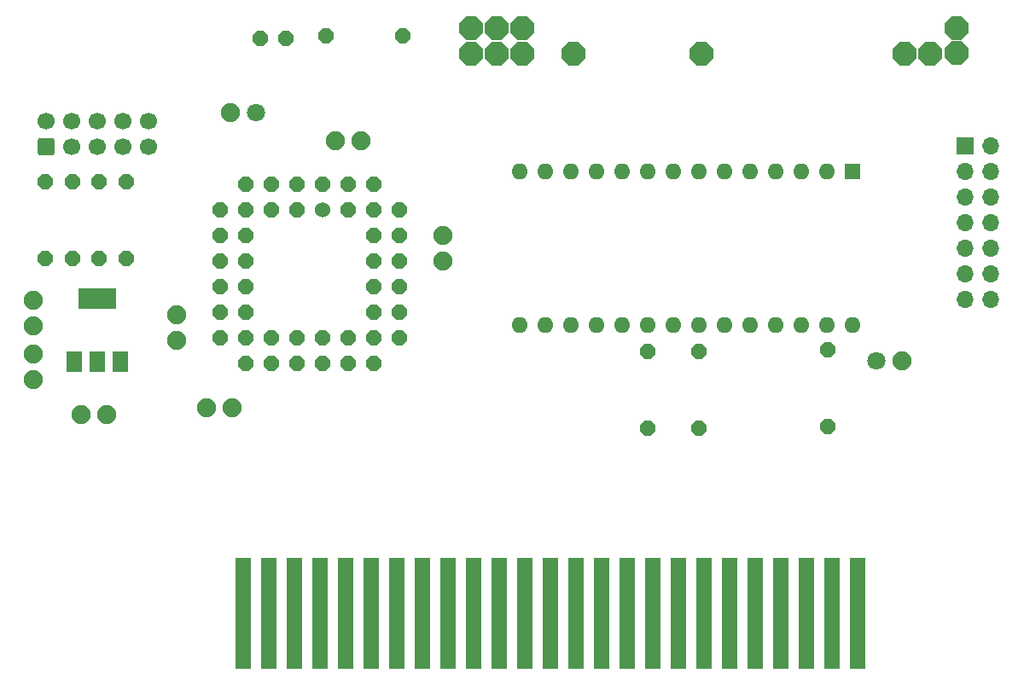
<source format=gbr>
%TF.GenerationSoftware,KiCad,Pcbnew,(6.0.7)*%
%TF.CreationDate,2022-11-17T13:34:52+00:00*%
%TF.ProjectId,msxpi,6d737870-692e-46b6-9963-61645f706362,rev?*%
%TF.SameCoordinates,Original*%
%TF.FileFunction,Soldermask,Top*%
%TF.FilePolarity,Negative*%
%FSLAX46Y46*%
G04 Gerber Fmt 4.6, Leading zero omitted, Abs format (unit mm)*
G04 Created by KiCad (PCBNEW (6.0.7)) date 2022-11-17 13:34:52*
%MOMM*%
%LPD*%
G01*
G04 APERTURE LIST*
G04 Aperture macros list*
%AMRoundRect*
0 Rectangle with rounded corners*
0 $1 Rounding radius*
0 $2 $3 $4 $5 $6 $7 $8 $9 X,Y pos of 4 corners*
0 Add a 4 corners polygon primitive as box body*
4,1,4,$2,$3,$4,$5,$6,$7,$8,$9,$2,$3,0*
0 Add four circle primitives for the rounded corners*
1,1,$1+$1,$2,$3*
1,1,$1+$1,$4,$5*
1,1,$1+$1,$6,$7*
1,1,$1+$1,$8,$9*
0 Add four rect primitives between the rounded corners*
20,1,$1+$1,$2,$3,$4,$5,0*
20,1,$1+$1,$4,$5,$6,$7,0*
20,1,$1+$1,$6,$7,$8,$9,0*
20,1,$1+$1,$8,$9,$2,$3,0*%
%AMFreePoly0*
4,1,25,0.506863,1.161696,0.518986,1.151342,1.151342,0.518986,1.179849,0.463038,1.181100,0.447144,1.181100,-0.447144,1.161696,-0.506863,1.151342,-0.518986,0.518986,-1.151342,0.463038,-1.179849,0.447144,-1.181100,-0.447144,-1.181100,-0.506863,-1.161696,-0.518986,-1.151342,-1.151342,-0.518986,-1.179849,-0.463038,-1.181100,-0.447144,-1.181100,0.447144,-1.161696,0.506863,-1.151342,0.518986,
-0.518986,1.151342,-0.463038,1.179849,-0.447144,1.181100,0.447144,1.181100,0.506863,1.161696,0.506863,1.161696,$1*%
%AMFreePoly1*
4,1,25,0.333266,0.742596,0.345389,0.732242,0.732242,0.345389,0.760749,0.289441,0.762000,0.273547,0.762000,-0.273547,0.742596,-0.333266,0.732242,-0.345389,0.345389,-0.732242,0.289441,-0.760749,0.273547,-0.762000,-0.273547,-0.762000,-0.333266,-0.742596,-0.345389,-0.732242,-0.732242,-0.345389,-0.760749,-0.289441,-0.762000,-0.273547,-0.762000,0.273547,-0.742596,0.333266,-0.732242,0.345389,
-0.345389,0.732242,-0.289441,0.760749,-0.273547,0.762000,0.273547,0.762000,0.333266,0.742596,0.333266,0.742596,$1*%
%AMFreePoly2*
4,1,25,0.391131,0.882296,0.403254,0.871942,0.871942,0.403254,0.900449,0.347306,0.901700,0.331412,0.901700,-0.331412,0.882296,-0.391131,0.871942,-0.403254,0.403254,-0.871942,0.347306,-0.900449,0.331412,-0.901700,-0.331412,-0.901700,-0.391131,-0.882296,-0.403254,-0.871942,-0.871942,-0.403254,-0.900449,-0.347306,-0.901700,-0.331412,-0.901700,0.331412,-0.882296,0.391131,-0.871942,0.403254,
-0.403254,0.871942,-0.347306,0.900449,-0.331412,0.901700,0.331412,0.901700,0.391131,0.882296,0.391131,0.882296,$1*%
G04 Aperture macros list end*
%ADD10FreePoly0,0.000000*%
%ADD11C,1.700000*%
%ADD12RoundRect,0.250000X0.600000X-0.600000X0.600000X0.600000X-0.600000X0.600000X-0.600000X-0.600000X0*%
%ADD13R,1.500000X11.000000*%
%ADD14FreePoly1,270.000000*%
%ADD15FreePoly2,180.000000*%
%ADD16FreePoly2,90.000000*%
%ADD17FreePoly1,90.000000*%
%ADD18FreePoly1,0.000000*%
%ADD19C,1.803400*%
%ADD20FreePoly2,0.000000*%
%ADD21R,1.500000X2.000000*%
%ADD22R,3.800000X2.000000*%
%ADD23R,1.700000X1.700000*%
%ADD24O,1.700000X1.700000*%
%ADD25FreePoly2,270.000000*%
%ADD26R,1.600000X1.600000*%
%ADD27O,1.600000X1.600000*%
%ADD28FreePoly1,180.000000*%
%ADD29C,1.524000*%
G04 APERTURE END LIST*
D10*
%TO.C,MOUNTHOLE5*%
X194437000Y-72999600D03*
%TD*%
%TO.C,MOUNTHOLE4*%
X194437000Y-75514200D03*
%TD*%
%TO.C,MOUNTHOLE3*%
X151384000Y-73025000D03*
%TD*%
%TO.C,MOUNTHOLE2*%
X148818600Y-73025000D03*
%TD*%
%TO.C,MOUNTHOLE1*%
X146304000Y-73025000D03*
%TD*%
D11*
%TO.C,JP2*%
X114274600Y-82278500D03*
X114274600Y-84818500D03*
X111734600Y-82278500D03*
X111734600Y-84818500D03*
X109194600Y-82278500D03*
X109194600Y-84818500D03*
X106654600Y-82278500D03*
X106654600Y-84818500D03*
X104114600Y-82278500D03*
D12*
X104114600Y-84818500D03*
%TD*%
D13*
%TO.C,JP1*%
X184610025Y-131114405D03*
X182070025Y-131114405D03*
X179530025Y-131114405D03*
X176990025Y-131114405D03*
X174450025Y-131114405D03*
X171910025Y-131114405D03*
X169370025Y-131114405D03*
X166830025Y-131114405D03*
X164290025Y-131114405D03*
X161750025Y-131114405D03*
X159210025Y-131114405D03*
X156670025Y-131114405D03*
X154130025Y-131114405D03*
X151590025Y-131114405D03*
X149050025Y-131114405D03*
X146510025Y-131114405D03*
X143970025Y-131114405D03*
X141430025Y-131114405D03*
X138890025Y-131114405D03*
X136350025Y-131114405D03*
X133810025Y-131114405D03*
X131270025Y-131114405D03*
X128730025Y-131114405D03*
X126190025Y-131114405D03*
X123650025Y-131114405D03*
%TD*%
D10*
%TO.C,SPI_MOSI_PI_GPIO1*%
X151384000Y-75558457D03*
%TD*%
D14*
%TO.C,R5*%
X181711600Y-104952800D03*
X181711600Y-112572800D03*
%TD*%
D10*
%TO.C,+5V1*%
X191824942Y-75558457D03*
%TD*%
D15*
%TO.C,C8*%
X122555000Y-110744000D03*
X120015000Y-110744000D03*
%TD*%
D16*
%TO.C,C1*%
X102870000Y-107950000D03*
X102870000Y-105410000D03*
%TD*%
D17*
%TO.C,R3*%
X109347000Y-95885000D03*
X109347000Y-88265000D03*
%TD*%
D18*
%TO.C,R8*%
X131876800Y-73837800D03*
X139496800Y-73837800D03*
%TD*%
D19*
%TO.C,C9*%
X186537600Y-106019600D03*
D20*
X189077600Y-106019600D03*
%TD*%
D21*
%TO.C,IC1*%
X106920000Y-106172400D03*
D22*
X109220000Y-99872400D03*
D21*
X109220000Y-106172400D03*
X111520000Y-106172400D03*
%TD*%
D23*
%TO.C,J1*%
X195321000Y-84704000D03*
D24*
X197861000Y-84704000D03*
X195321000Y-87244000D03*
X197861000Y-87244000D03*
X195321000Y-89784000D03*
X197861000Y-89784000D03*
X195321000Y-92324000D03*
X197861000Y-92324000D03*
X195321000Y-94864000D03*
X197861000Y-94864000D03*
X195321000Y-97404000D03*
X197861000Y-97404000D03*
X195321000Y-99944000D03*
X197861000Y-99944000D03*
%TD*%
D17*
%TO.C,R1*%
X104038400Y-95859600D03*
X104038400Y-88239600D03*
%TD*%
D25*
%TO.C,C7*%
X143510000Y-93599000D03*
X143510000Y-96139000D03*
%TD*%
D14*
%TO.C,R7*%
X163830000Y-112776000D03*
X163830000Y-105156000D03*
%TD*%
D26*
%TO.C,U1*%
X184150000Y-87249000D03*
D27*
X181610000Y-87249000D03*
X179070000Y-87249000D03*
X176530000Y-87249000D03*
X173990000Y-87249000D03*
X171450000Y-87249000D03*
X168910000Y-87249000D03*
X166370000Y-87249000D03*
X163830000Y-87249000D03*
X161290000Y-87249000D03*
X158750000Y-87249000D03*
X156210000Y-87249000D03*
X153670000Y-87249000D03*
X151130000Y-87249000D03*
X151130000Y-102489000D03*
X153670000Y-102489000D03*
X156210000Y-102489000D03*
X158750000Y-102489000D03*
X161290000Y-102489000D03*
X163830000Y-102489000D03*
X166370000Y-102489000D03*
X168910000Y-102489000D03*
X171450000Y-102489000D03*
X173990000Y-102489000D03*
X176530000Y-102489000D03*
X179070000Y-102489000D03*
X181610000Y-102489000D03*
X184150000Y-102489000D03*
%TD*%
D28*
%TO.C,LED1*%
X127952500Y-74041000D03*
X125412500Y-74041000D03*
%TD*%
D15*
%TO.C,C5*%
X135382000Y-84175600D03*
X132842000Y-84175600D03*
%TD*%
D17*
%TO.C,R2*%
X106705400Y-95885000D03*
X106705400Y-88265000D03*
%TD*%
D10*
%TO.C,GND5*%
X189284942Y-75558457D03*
%TD*%
D15*
%TO.C,C6*%
X110109000Y-111379000D03*
X107569000Y-111379000D03*
%TD*%
D10*
%TO.C,SPI_MISO_PI_GPIO1*%
X156464000Y-75558457D03*
%TD*%
%TO.C,SPI_RDY_PI_GPIO1*%
X169164000Y-75558457D03*
%TD*%
D19*
%TO.C,C2*%
X124942600Y-81432400D03*
D15*
X122402600Y-81432400D03*
%TD*%
D16*
%TO.C,C4*%
X117094000Y-104013000D03*
X117094000Y-101473000D03*
%TD*%
D10*
%TO.C,SPI_CLK_PI_GPIO1*%
X148844000Y-75558457D03*
%TD*%
D14*
%TO.C,R6*%
X168910000Y-112725200D03*
X168910000Y-105105200D03*
%TD*%
D18*
%TO.C,EPM3064ALC44*%
X131572000Y-88519000D03*
X134112000Y-91059000D03*
X134112000Y-88519000D03*
X136652000Y-91059000D03*
X136652000Y-88519000D03*
X139192000Y-91059000D03*
X136652000Y-93599000D03*
X139192000Y-93599000D03*
X136652000Y-96139000D03*
X139192000Y-96139000D03*
X136652000Y-98679000D03*
X139192000Y-98679000D03*
X136652000Y-101219000D03*
X139192000Y-101219000D03*
X136652000Y-103759000D03*
X139192000Y-103759000D03*
X136652000Y-106299000D03*
X134112000Y-103759000D03*
X134112000Y-106299000D03*
X131572000Y-103759000D03*
X131572000Y-106299000D03*
X129032000Y-103759000D03*
X129032000Y-106299000D03*
X126492000Y-103759000D03*
X126492000Y-106299000D03*
X123952000Y-103759000D03*
X123952000Y-106299000D03*
X121412000Y-103759000D03*
X123952000Y-101219000D03*
X121412000Y-101219000D03*
X123952000Y-98679000D03*
X121412000Y-98679000D03*
X123952000Y-96139000D03*
X121412000Y-96139000D03*
X123952000Y-93599000D03*
X121412000Y-93599000D03*
X123952000Y-91059000D03*
X121412000Y-91059000D03*
X123952000Y-88519000D03*
X126492000Y-91059000D03*
X126492000Y-88519000D03*
X129032000Y-91059000D03*
X129032000Y-88519000D03*
D29*
X131572000Y-91059000D03*
%TD*%
D17*
%TO.C,R4*%
X112090200Y-95935800D03*
X112090200Y-88315800D03*
%TD*%
D25*
%TO.C,C3*%
X102870000Y-100076000D03*
X102870000Y-102616000D03*
%TD*%
D10*
%TO.C,SPI_CS_PI_GPIO1*%
X146304000Y-75558457D03*
%TD*%
M02*

</source>
